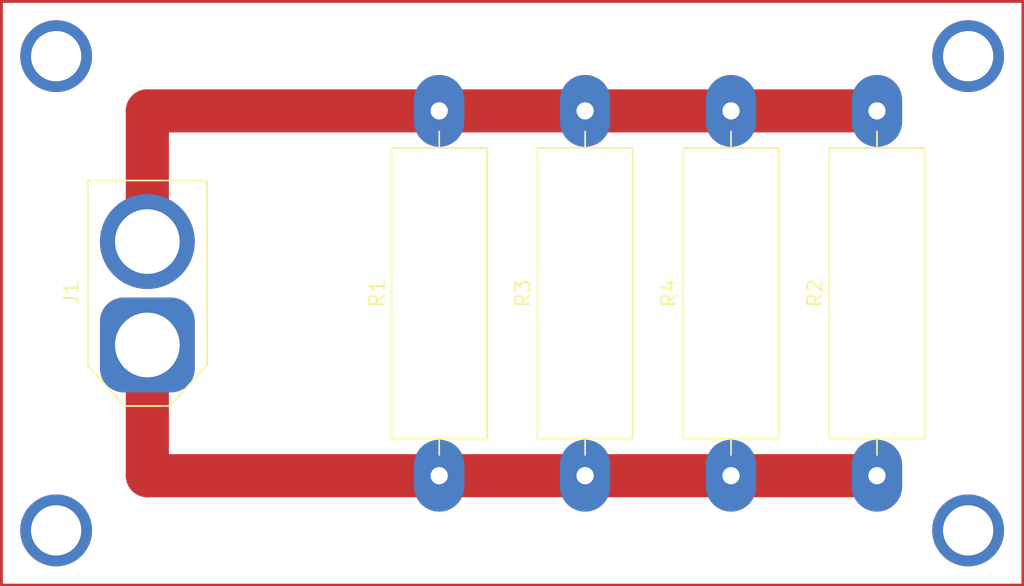
<source format=kicad_pcb>
(kicad_pcb (version 20211014) (generator pcbnew)
  (layers (0 "F.Cu" signal) (31 "B.Cu" signal) (34 "B.Paste" user) (35 "F.Paste" user) (36 "B.SilkS" user "B.Silkscreen") (37 "F.SilkS" user "F.Silkscreen") (38 "B.Mask" user) (39 "F.Mask" user) (44 "Edge.Cuts" user))
  (net 0 "")
  (net 1 "Net-(J1-Pad1)")
  (net 2 "Net-(J1-Pad2)")
  (footprint "Resistor_THT:R_Axial_Power_L20.0mm_W6.4mm_P25.40mm" (layer "F.Cu") (at 73.66 45.72 90)
    (fp_text reference "R2" (at 12.7 -4.32 90) (layer "F.SilkS"))
    (fp_text value "1")
    (fp_line (start 2.58 3.32) (end 22.82 3.32) (layer "F.SilkS") (width 0.12))
    (fp_line (start 22.82 -3.32) (end 2.58 -3.32) (layer "F.SilkS") (width 0.12))
    (fp_line (start 1.44 0) (end 2.58 0) (layer "F.SilkS") (width 0.12))
    (fp_line (start 2.58 -3.32) (end 2.58 3.32) (layer "F.SilkS") (width 0.12))
    (fp_line (start 22.82 3.32) (end 22.82 -3.32) (layer "F.SilkS") (width 0.12))
    (fp_line (start 23.96 0) (end 22.82 0) (layer "F.SilkS") (width 0.12))
    (pad "1" thru_hole oval (at 0 0 90) (size 5 3.5) (drill 1.2) (layers *.Cu *.Mask) (net 1 "Net-(J1-Pad1)"))
    (pad "2" thru_hole oval (at 25.4 0 90) (size 5 3.5) (drill 1.2) (layers *.Cu *.Mask) (net 2 "Net-(J1-Pad2)"))
  )
  (footprint "Connector_AMASS:AMASS_XT60-M_1x02_P7.20mm_Vertical" (layer "F.Cu") (at 22.86 36.62 90)
    (fp_text reference "J1" (at 3.6 -5.3 90) (layer "F.SilkS"))
    (fp_text value "Conn_01x02_Female")
    (fp_line (start 11.45 4.15) (end 11.45 -4.15) (layer "F.SilkS") (width 0.12))
    (fp_line (start 11.45 -4.15) (end -1.4 -4.15) (layer "F.SilkS") (width 0.12))
    (fp_line (start -1.4 -4.15) (end -4.25 -1.6) (layer "F.SilkS") (width 0.12))
    (fp_line (start -4.25 1.55) (end -1.4 4.15) (layer "F.SilkS") (width 0.12))
    (fp_line (start -4.25 -1.6) (end -4.25 1.55) (layer "F.SilkS") (width 0.12))
    (fp_line (start -1.4 4.15) (end 11.45 4.15) (layer "F.SilkS") (width 0.12))
    (pad "1" thru_hole roundrect (at 0 0 90) (size 6.6 6.6) (drill 4.5) (layers *.Cu *.Mask) (net 1 "Net-(J1-Pad1)"))
    (pad "2" thru_hole circle (at 7.2 0 90) (size 6.6 6.6) (drill 4.5) (layers *.Cu *.Mask) (net 2 "Net-(J1-Pad2)"))
  )
  (footprint "Resistor_THT:R_Axial_Power_L20.0mm_W6.4mm_P25.40mm" (layer "F.Cu") (at 53.34 45.72 90)
    (fp_text reference "R3" (at 12.7 -4.32 90) (layer "F.SilkS"))
    (fp_text value "1")
    (fp_line (start 2.58 3.32) (end 22.82 3.32) (layer "F.SilkS") (width 0.12))
    (fp_line (start 1.44 0) (end 2.58 0) (layer "F.SilkS") (width 0.12))
    (fp_line (start 2.58 -3.32) (end 2.58 3.32) (layer "F.SilkS") (width 0.12))
    (fp_line (start 23.96 0) (end 22.82 0) (layer "F.SilkS") (width 0.12))
    (fp_line (start 22.82 3.32) (end 22.82 -3.32) (layer "F.SilkS") (width 0.12))
    (fp_line (start 22.82 -3.32) (end 2.58 -3.32) (layer "F.SilkS") (width 0.12))
    (pad "1" thru_hole oval (at 0 0 90) (size 5 3.5) (drill 1.2) (layers *.Cu *.Mask) (net 1 "Net-(J1-Pad1)"))
    (pad "2" thru_hole oval (at 25.4 0 90) (size 5 3.5) (drill 1.2) (layers *.Cu *.Mask) (net 2 "Net-(J1-Pad2)"))
  )
  (footprint "Resistor_THT:R_Axial_Power_L20.0mm_W6.4mm_P25.40mm" (layer "F.Cu") (at 43.18 45.72 90)
    (fp_text reference "R1" (at 12.7 -4.32 90) (layer "F.SilkS"))
    (fp_text value "1")
    (fp_line (start 2.58 -3.32) (end 2.58 3.32) (layer "F.SilkS") (width 0.12))
    (fp_line (start 22.82 3.32) (end 22.82 -3.32) (layer "F.SilkS") (width 0.12))
    (fp_line (start 23.96 0) (end 22.82 0) (layer "F.SilkS") (width 0.12))
    (fp_line (start 2.58 3.32) (end 22.82 3.32) (layer "F.SilkS") (width 0.12))
    (fp_line (start 1.44 0) (end 2.58 0) (layer "F.SilkS") (width 0.12))
    (fp_line (start 22.82 -3.32) (end 2.58 -3.32) (layer "F.SilkS") (width 0.12))
    (pad "1" thru_hole oval (at 0 0 90) (size 5 3.5) (drill 1.2) (layers *.Cu *.Mask) (net 1 "Net-(J1-Pad1)"))
    (pad "2" thru_hole oval (at 25.4 0 90) (size 5 3.5) (drill 1.2) (layers *.Cu *.Mask) (net 2 "Net-(J1-Pad2)"))
  )
  (footprint "Resistor_THT:R_Axial_Power_L20.0mm_W6.4mm_P25.40mm" (layer "F.Cu") (at 63.5 45.72 90)
    (fp_text reference "R4" (at 12.7 -4.32 90) (layer "F.SilkS"))
    (fp_text value "1")
    (fp_line (start 22.82 3.32) (end 22.82 -3.32) (layer "F.SilkS") (width 0.12))
    (fp_line (start 23.96 0) (end 22.82 0) (layer "F.SilkS") (width 0.12))
    (fp_line (start 2.58 -3.32) (end 2.58 3.32) (layer "F.SilkS") (width 0.12))
    (fp_line (start 1.44 0) (end 2.58 0) (layer "F.SilkS") (width 0.12))
    (fp_line (start 22.82 -3.32) (end 2.58 -3.32) (layer "F.SilkS") (width 0.12))
    (fp_line (start 2.58 3.32) (end 22.82 3.32) (layer "F.SilkS") (width 0.12))
    (pad "1" thru_hole oval (at 0 0 90) (size 5 3.5) (drill 1.2) (layers *.Cu *.Mask) (net 1 "Net-(J1-Pad1)"))
    (pad "5" thru_hole oval (at 25.4 0 90) (size 5 3.5) (drill 1.2) (layers *.Cu *.Mask) (net 2 "Net-(J1-Pad2)"))
  )
  (gr_rect (start 12.7 12.7) (end 83.82 53.34) (layer "F.Cu") (width 0.2) (fill none))
  (via (at 80.01 16.51) (size 5) (drill 3.5) (layers "F.Cu" "B.Cu") (net 0))
  (via (at 16.51 16.51) (size 5) (drill 3.5) (layers "F.Cu" "B.Cu") (net 0))
  (via (at 80.01 49.53) (size 5) (drill 3.5) (layers "F.Cu" "B.Cu") (net 0))
  (via (at 16.51 49.53) (size 5) (drill 3.5) (layers "F.Cu" "B.Cu") (net 0))
  (segment (start 22.86 45.72) (end 22.86 36.62) (width 3) (layer "F.Cu") (net 1))
  (segment (start 43.18 45.72) (end 22.86 45.72) (width 3) (layer "F.Cu") (net 1))
  (segment (start 53.34 45.72) (end 63.5 45.72) (width 3) (layer "F.Cu") (net 1))
  (segment (start 63.5 45.72) (end 73.66 45.72) (width 3) (layer "F.Cu") (net 1))
  (segment (start 43.18 45.72) (end 53.34 45.72) (width 3) (layer "F.Cu") (net 1))
  (segment (start 22.86 20.32) (end 22.86 29.42) (width 3) (layer "F.Cu") (net 2))
  (segment (start 43.18 20.32) (end 22.86 20.32) (width 3) (layer "F.Cu") (net 2))
  (segment (start 63.5 20.32) (end 73.66 20.32) (width 3) (layer "F.Cu") (net 2))
  (segment (start 53.34 20.32) (end 63.5 20.32) (width 3) (layer "F.Cu") (net 2))
  (segment (start 43.18 20.32) (end 53.34 20.32) (width 3) (layer "F.Cu") (net 2))
)
</source>
